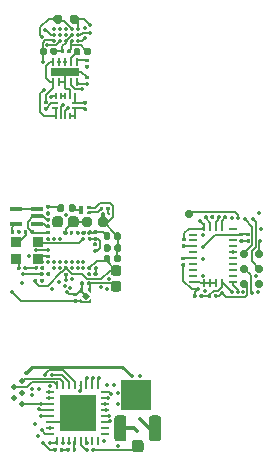
<source format=gbr>
G04 #@! TF.GenerationSoftware,KiCad,Pcbnew,(5.1.6)-1*
G04 #@! TF.CreationDate,2021-01-05T14:36:29-08:00*
G04 #@! TF.ProjectId,Miniscope-v4-Rigid-Flex,4d696e69-7363-46f7-9065-2d76342d5269,rev?*
G04 #@! TF.SameCoordinates,Original*
G04 #@! TF.FileFunction,Copper,L1,Top*
G04 #@! TF.FilePolarity,Positive*
%FSLAX46Y46*%
G04 Gerber Fmt 4.6, Leading zero omitted, Abs format (unit mm)*
G04 Created by KiCad (PCBNEW (5.1.6)-1) date 2021-01-05 14:36:29*
%MOMM*%
%LPD*%
G01*
G04 APERTURE LIST*
G04 #@! TA.AperFunction,SMDPad,CuDef*
%ADD10R,0.400000X0.700000*%
G04 #@! TD*
G04 #@! TA.AperFunction,SMDPad,CuDef*
%ADD11R,0.400000X0.250000*%
G04 #@! TD*
G04 #@! TA.AperFunction,SMDPad,CuDef*
%ADD12C,0.100000*%
G04 #@! TD*
G04 #@! TA.AperFunction,SMDPad,CuDef*
%ADD13R,2.500000X2.500000*%
G04 #@! TD*
G04 #@! TA.AperFunction,SMDPad,CuDef*
%ADD14R,0.680000X0.260000*%
G04 #@! TD*
G04 #@! TA.AperFunction,SMDPad,CuDef*
%ADD15R,0.260000X0.680000*%
G04 #@! TD*
G04 #@! TA.AperFunction,SMDPad,CuDef*
%ADD16R,3.100000X3.100000*%
G04 #@! TD*
G04 #@! TA.AperFunction,SMDPad,CuDef*
%ADD17C,0.508000*%
G04 #@! TD*
G04 #@! TA.AperFunction,SMDPad,CuDef*
%ADD18C,0.700000*%
G04 #@! TD*
G04 #@! TA.AperFunction,SMDPad,CuDef*
%ADD19R,0.254000X0.675000*%
G04 #@! TD*
G04 #@! TA.AperFunction,SMDPad,CuDef*
%ADD20R,0.675000X0.254000*%
G04 #@! TD*
G04 #@! TA.AperFunction,SMDPad,CuDef*
%ADD21R,0.990000X0.340000*%
G04 #@! TD*
G04 #@! TA.AperFunction,SMDPad,CuDef*
%ADD22R,0.880000X0.830000*%
G04 #@! TD*
G04 #@! TA.AperFunction,SMDPad,CuDef*
%ADD23R,0.610000X0.220000*%
G04 #@! TD*
G04 #@! TA.AperFunction,SMDPad,CuDef*
%ADD24R,0.220000X0.610000*%
G04 #@! TD*
G04 #@! TA.AperFunction,SMDPad,CuDef*
%ADD25R,0.270000X0.640000*%
G04 #@! TD*
G04 #@! TA.AperFunction,SMDPad,CuDef*
%ADD26R,2.390000X0.640000*%
G04 #@! TD*
G04 #@! TA.AperFunction,SMDPad,CuDef*
%ADD27C,0.350000*%
G04 #@! TD*
G04 #@! TA.AperFunction,ViaPad*
%ADD28C,0.350000*%
G04 #@! TD*
G04 #@! TA.AperFunction,ViaPad*
%ADD29C,0.300000*%
G04 #@! TD*
G04 #@! TA.AperFunction,Conductor*
%ADD30C,0.152400*%
G04 #@! TD*
G04 #@! TA.AperFunction,Conductor*
%ADD31C,0.304800*%
G04 #@! TD*
G04 #@! TA.AperFunction,Conductor*
%ADD32C,0.254000*%
G04 #@! TD*
G04 #@! TA.AperFunction,Conductor*
%ADD33C,0.203200*%
G04 #@! TD*
G04 APERTURE END LIST*
D10*
X104986600Y-109767000D03*
D11*
X105686600Y-109542000D03*
X105686600Y-109992000D03*
G04 #@! TA.AperFunction,SMDPad,CuDef*
D12*
G36*
X105631600Y-117442600D02*
G01*
X105811600Y-117262600D01*
X105881600Y-117262600D01*
X105881600Y-117662600D01*
X105631600Y-117662600D01*
X105631600Y-117442600D01*
G37*
G04 #@! TD.AperFunction*
G04 #@! TA.AperFunction,SMDPad,CuDef*
G36*
X105231600Y-116582600D02*
G01*
X105051600Y-116762600D01*
X104981600Y-116762600D01*
X104981600Y-116362600D01*
X105231600Y-116362600D01*
X105231600Y-116582600D01*
G37*
G04 #@! TD.AperFunction*
G04 #@! TA.AperFunction,SMDPad,CuDef*
G36*
X104981600Y-117262600D02*
G01*
X105051600Y-117262600D01*
X105231600Y-117442600D01*
X105231600Y-117662600D01*
X104981600Y-117662600D01*
X104981600Y-117262600D01*
G37*
G04 #@! TD.AperFunction*
G04 #@! TA.AperFunction,SMDPad,CuDef*
G36*
X105881600Y-116832600D02*
G01*
X105631600Y-116582600D01*
X105631600Y-116362600D01*
X105881600Y-116362600D01*
X105881600Y-116832600D01*
G37*
G04 #@! TD.AperFunction*
G04 #@! TA.AperFunction,SMDPad,CuDef*
G36*
X105431600Y-116673189D02*
G01*
X105771011Y-117012600D01*
X105431600Y-117352011D01*
X105092189Y-117012600D01*
X105431600Y-116673189D01*
G37*
G04 #@! TD.AperFunction*
G04 #@! TA.AperFunction,SMDPad,CuDef*
G36*
G01*
X105836200Y-115878700D02*
X105836200Y-116063700D01*
G75*
G02*
X105758700Y-116141200I-77500J0D01*
G01*
X105603700Y-116141200D01*
G75*
G02*
X105526200Y-116063700I0J77500D01*
G01*
X105526200Y-115878700D01*
G75*
G02*
X105603700Y-115801200I77500J0D01*
G01*
X105758700Y-115801200D01*
G75*
G02*
X105836200Y-115878700I0J-77500D01*
G01*
G37*
G04 #@! TD.AperFunction*
G04 #@! TA.AperFunction,SMDPad,CuDef*
G36*
G01*
X105286200Y-115878700D02*
X105286200Y-116063700D01*
G75*
G02*
X105208700Y-116141200I-77500J0D01*
G01*
X105053700Y-116141200D01*
G75*
G02*
X104976200Y-116063700I0J77500D01*
G01*
X104976200Y-115878700D01*
G75*
G02*
X105053700Y-115801200I77500J0D01*
G01*
X105208700Y-115801200D01*
G75*
G02*
X105286200Y-115878700I0J-77500D01*
G01*
G37*
G04 #@! TD.AperFunction*
G04 #@! TA.AperFunction,SMDPad,CuDef*
G36*
G01*
X104635100Y-117070400D02*
X104450100Y-117070400D01*
G75*
G02*
X104372600Y-116992900I0J77500D01*
G01*
X104372600Y-116837900D01*
G75*
G02*
X104450100Y-116760400I77500J0D01*
G01*
X104635100Y-116760400D01*
G75*
G02*
X104712600Y-116837900I0J-77500D01*
G01*
X104712600Y-116992900D01*
G75*
G02*
X104635100Y-117070400I-77500J0D01*
G01*
G37*
G04 #@! TD.AperFunction*
G04 #@! TA.AperFunction,SMDPad,CuDef*
G36*
G01*
X104635100Y-117620400D02*
X104450100Y-117620400D01*
G75*
G02*
X104372600Y-117542900I0J77500D01*
G01*
X104372600Y-117387900D01*
G75*
G02*
X104450100Y-117310400I77500J0D01*
G01*
X104635100Y-117310400D01*
G75*
G02*
X104712600Y-117387900I0J-77500D01*
G01*
X104712600Y-117542900D01*
G75*
G02*
X104635100Y-117620400I-77500J0D01*
G01*
G37*
G04 #@! TD.AperFunction*
G04 #@! TA.AperFunction,SMDPad,CuDef*
G36*
G01*
X114811200Y-116945500D02*
X114811200Y-117130500D01*
G75*
G02*
X114733700Y-117208000I-77500J0D01*
G01*
X114578700Y-117208000D01*
G75*
G02*
X114501200Y-117130500I0J77500D01*
G01*
X114501200Y-116945500D01*
G75*
G02*
X114578700Y-116868000I77500J0D01*
G01*
X114733700Y-116868000D01*
G75*
G02*
X114811200Y-116945500I0J-77500D01*
G01*
G37*
G04 #@! TD.AperFunction*
G04 #@! TA.AperFunction,SMDPad,CuDef*
G36*
G01*
X115361200Y-116945500D02*
X115361200Y-117130500D01*
G75*
G02*
X115283700Y-117208000I-77500J0D01*
G01*
X115128700Y-117208000D01*
G75*
G02*
X115051200Y-117130500I0J77500D01*
G01*
X115051200Y-116945500D01*
G75*
G02*
X115128700Y-116868000I77500J0D01*
G01*
X115283700Y-116868000D01*
G75*
G02*
X115361200Y-116945500I0J-77500D01*
G01*
G37*
G04 #@! TD.AperFunction*
G04 #@! TA.AperFunction,SMDPad,CuDef*
G36*
G01*
X116295800Y-117130500D02*
X116295800Y-116945500D01*
G75*
G02*
X116373300Y-116868000I77500J0D01*
G01*
X116528300Y-116868000D01*
G75*
G02*
X116605800Y-116945500I0J-77500D01*
G01*
X116605800Y-117130500D01*
G75*
G02*
X116528300Y-117208000I-77500J0D01*
G01*
X116373300Y-117208000D01*
G75*
G02*
X116295800Y-117130500I0J77500D01*
G01*
G37*
G04 #@! TD.AperFunction*
G04 #@! TA.AperFunction,SMDPad,CuDef*
G36*
G01*
X115745800Y-117130500D02*
X115745800Y-116945500D01*
G75*
G02*
X115823300Y-116868000I77500J0D01*
G01*
X115978300Y-116868000D01*
G75*
G02*
X116055800Y-116945500I0J-77500D01*
G01*
X116055800Y-117130500D01*
G75*
G02*
X115978300Y-117208000I-77500J0D01*
G01*
X115823300Y-117208000D01*
G75*
G02*
X115745800Y-117130500I0J77500D01*
G01*
G37*
G04 #@! TD.AperFunction*
G04 #@! TA.AperFunction,SMDPad,CuDef*
G36*
G01*
X102668600Y-130149900D02*
X102668600Y-129964900D01*
G75*
G02*
X102746100Y-129887400I77500J0D01*
G01*
X102901100Y-129887400D01*
G75*
G02*
X102978600Y-129964900I0J-77500D01*
G01*
X102978600Y-130149900D01*
G75*
G02*
X102901100Y-130227400I-77500J0D01*
G01*
X102746100Y-130227400D01*
G75*
G02*
X102668600Y-130149900I0J77500D01*
G01*
G37*
G04 #@! TD.AperFunction*
G04 #@! TA.AperFunction,SMDPad,CuDef*
G36*
G01*
X103218600Y-130149900D02*
X103218600Y-129964900D01*
G75*
G02*
X103296100Y-129887400I77500J0D01*
G01*
X103451100Y-129887400D01*
G75*
G02*
X103528600Y-129964900I0J-77500D01*
G01*
X103528600Y-130149900D01*
G75*
G02*
X103451100Y-130227400I-77500J0D01*
G01*
X103296100Y-130227400D01*
G75*
G02*
X103218600Y-130149900I0J77500D01*
G01*
G37*
G04 #@! TD.AperFunction*
D13*
X109677400Y-125386600D03*
D14*
X102401800Y-125198400D03*
X102401800Y-125698400D03*
X102401800Y-126198400D03*
X102401800Y-126698400D03*
X102401800Y-127198400D03*
X102401800Y-127698400D03*
X102401800Y-128198400D03*
X102401800Y-128698400D03*
D15*
X102986800Y-129283400D03*
X103486800Y-129283400D03*
X103986800Y-129283400D03*
X104486800Y-129283400D03*
X104986800Y-129283400D03*
X105486800Y-129283400D03*
X105986800Y-129283400D03*
X106486800Y-129283400D03*
D14*
X107071800Y-128698400D03*
X107071800Y-128198400D03*
X107071800Y-127698400D03*
X107071800Y-127198400D03*
X107071800Y-126698400D03*
X107071800Y-126198400D03*
X107071800Y-125698400D03*
X107071800Y-125198400D03*
D15*
X106486800Y-124613400D03*
X105986800Y-124613400D03*
X105486800Y-124613400D03*
X104986800Y-124613400D03*
X104486800Y-124613400D03*
X103986800Y-124613400D03*
X103486800Y-124613400D03*
X102986800Y-124613400D03*
D16*
X104736800Y-126948400D03*
D17*
X100000000Y-126180398D03*
X99390400Y-125697798D03*
X100000000Y-125215199D03*
X99390400Y-124732599D03*
X100000000Y-124250000D03*
G04 #@! TA.AperFunction,SMDPad,CuDef*
G36*
G01*
X109329800Y-130034300D02*
X109329800Y-129484300D01*
G75*
G02*
X109579800Y-129234300I250000J0D01*
G01*
X110079800Y-129234300D01*
G75*
G02*
X110329800Y-129484300I0J-250000D01*
G01*
X110329800Y-130034300D01*
G75*
G02*
X110079800Y-130284300I-250000J0D01*
G01*
X109579800Y-130284300D01*
G75*
G02*
X109329800Y-130034300I0J250000D01*
G01*
G37*
G04 #@! TD.AperFunction*
G04 #@! TA.AperFunction,SMDPad,CuDef*
G36*
G01*
X107829800Y-129094300D02*
X107829800Y-127419300D01*
G75*
G02*
X108092300Y-127156800I262500J0D01*
G01*
X108617300Y-127156800D01*
G75*
G02*
X108879800Y-127419300I0J-262500D01*
G01*
X108879800Y-129094300D01*
G75*
G02*
X108617300Y-129356800I-262500J0D01*
G01*
X108092300Y-129356800D01*
G75*
G02*
X107829800Y-129094300I0J262500D01*
G01*
G37*
G04 #@! TD.AperFunction*
G04 #@! TA.AperFunction,SMDPad,CuDef*
G36*
G01*
X110779800Y-129094300D02*
X110779800Y-127419300D01*
G75*
G02*
X111042300Y-127156800I262500J0D01*
G01*
X111567300Y-127156800D01*
G75*
G02*
X111829800Y-127419300I0J-262500D01*
G01*
X111829800Y-129094300D01*
G75*
G02*
X111567300Y-129356800I-262500J0D01*
G01*
X111042300Y-129356800D01*
G75*
G02*
X110779800Y-129094300I0J262500D01*
G01*
G37*
G04 #@! TD.AperFunction*
D18*
X120112800Y-115987200D03*
X120112800Y-113447200D03*
G04 #@! TA.AperFunction,SMDPad,CuDef*
G36*
G01*
X117393200Y-110281300D02*
X117393200Y-110466300D01*
G75*
G02*
X117315700Y-110543800I-77500J0D01*
G01*
X117160700Y-110543800D01*
G75*
G02*
X117083200Y-110466300I0J77500D01*
G01*
X117083200Y-110281300D01*
G75*
G02*
X117160700Y-110203800I77500J0D01*
G01*
X117315700Y-110203800D01*
G75*
G02*
X117393200Y-110281300I0J-77500D01*
G01*
G37*
G04 #@! TD.AperFunction*
G04 #@! TA.AperFunction,SMDPad,CuDef*
G36*
G01*
X116843200Y-110281300D02*
X116843200Y-110466300D01*
G75*
G02*
X116765700Y-110543800I-77500J0D01*
G01*
X116610700Y-110543800D01*
G75*
G02*
X116533200Y-110466300I0J77500D01*
G01*
X116533200Y-110281300D01*
G75*
G02*
X116610700Y-110203800I77500J0D01*
G01*
X116765700Y-110203800D01*
G75*
G02*
X116843200Y-110281300I0J-77500D01*
G01*
G37*
G04 #@! TD.AperFunction*
G04 #@! TA.AperFunction,SMDPad,CuDef*
G36*
G01*
X118506700Y-111673800D02*
X118691700Y-111673800D01*
G75*
G02*
X118769200Y-111751300I0J-77500D01*
G01*
X118769200Y-111906300D01*
G75*
G02*
X118691700Y-111983800I-77500J0D01*
G01*
X118506700Y-111983800D01*
G75*
G02*
X118429200Y-111906300I0J77500D01*
G01*
X118429200Y-111751300D01*
G75*
G02*
X118506700Y-111673800I77500J0D01*
G01*
G37*
G04 #@! TD.AperFunction*
G04 #@! TA.AperFunction,SMDPad,CuDef*
G36*
G01*
X118506700Y-112223800D02*
X118691700Y-112223800D01*
G75*
G02*
X118769200Y-112301300I0J-77500D01*
G01*
X118769200Y-112456300D01*
G75*
G02*
X118691700Y-112533800I-77500J0D01*
G01*
X118506700Y-112533800D01*
G75*
G02*
X118429200Y-112456300I0J77500D01*
G01*
X118429200Y-112301300D01*
G75*
G02*
X118506700Y-112223800I77500J0D01*
G01*
G37*
G04 #@! TD.AperFunction*
G04 #@! TA.AperFunction,SMDPad,CuDef*
G36*
G01*
X119090900Y-111673800D02*
X119275900Y-111673800D01*
G75*
G02*
X119353400Y-111751300I0J-77500D01*
G01*
X119353400Y-111906300D01*
G75*
G02*
X119275900Y-111983800I-77500J0D01*
G01*
X119090900Y-111983800D01*
G75*
G02*
X119013400Y-111906300I0J77500D01*
G01*
X119013400Y-111751300D01*
G75*
G02*
X119090900Y-111673800I77500J0D01*
G01*
G37*
G04 #@! TD.AperFunction*
G04 #@! TA.AperFunction,SMDPad,CuDef*
G36*
G01*
X119090900Y-112223800D02*
X119275900Y-112223800D01*
G75*
G02*
X119353400Y-112301300I0J-77500D01*
G01*
X119353400Y-112456300D01*
G75*
G02*
X119275900Y-112533800I-77500J0D01*
G01*
X119090900Y-112533800D01*
G75*
G02*
X119013400Y-112456300I0J77500D01*
G01*
X119013400Y-112301300D01*
G75*
G02*
X119090900Y-112223800I77500J0D01*
G01*
G37*
G04 #@! TD.AperFunction*
X120112800Y-114717200D03*
G04 #@! TA.AperFunction,SMDPad,CuDef*
G36*
G01*
X116301000Y-110281300D02*
X116301000Y-110466300D01*
G75*
G02*
X116223500Y-110543800I-77500J0D01*
G01*
X116068500Y-110543800D01*
G75*
G02*
X115991000Y-110466300I0J77500D01*
G01*
X115991000Y-110281300D01*
G75*
G02*
X116068500Y-110203800I77500J0D01*
G01*
X116223500Y-110203800D01*
G75*
G02*
X116301000Y-110281300I0J-77500D01*
G01*
G37*
G04 #@! TD.AperFunction*
G04 #@! TA.AperFunction,SMDPad,CuDef*
G36*
G01*
X115751000Y-110281300D02*
X115751000Y-110466300D01*
G75*
G02*
X115673500Y-110543800I-77500J0D01*
G01*
X115518500Y-110543800D01*
G75*
G02*
X115441000Y-110466300I0J77500D01*
G01*
X115441000Y-110281300D01*
G75*
G02*
X115518500Y-110203800I77500J0D01*
G01*
X115673500Y-110203800D01*
G75*
G02*
X115751000Y-110281300I0J-77500D01*
G01*
G37*
G04 #@! TD.AperFunction*
X118842800Y-114717200D03*
G04 #@! TA.AperFunction,SMDPad,CuDef*
G36*
G01*
X113779100Y-114565800D02*
X113594100Y-114565800D01*
G75*
G02*
X113516600Y-114488300I0J77500D01*
G01*
X113516600Y-114333300D01*
G75*
G02*
X113594100Y-114255800I77500J0D01*
G01*
X113779100Y-114255800D01*
G75*
G02*
X113856600Y-114333300I0J-77500D01*
G01*
X113856600Y-114488300D01*
G75*
G02*
X113779100Y-114565800I-77500J0D01*
G01*
G37*
G04 #@! TD.AperFunction*
G04 #@! TA.AperFunction,SMDPad,CuDef*
G36*
G01*
X113779100Y-114015800D02*
X113594100Y-114015800D01*
G75*
G02*
X113516600Y-113938300I0J77500D01*
G01*
X113516600Y-113783300D01*
G75*
G02*
X113594100Y-113705800I77500J0D01*
G01*
X113779100Y-113705800D01*
G75*
G02*
X113856600Y-113783300I0J-77500D01*
G01*
X113856600Y-113938300D01*
G75*
G02*
X113779100Y-114015800I-77500J0D01*
G01*
G37*
G04 #@! TD.AperFunction*
G04 #@! TA.AperFunction,SMDPad,CuDef*
G36*
G01*
X113629900Y-112105600D02*
X113814900Y-112105600D01*
G75*
G02*
X113892400Y-112183100I0J-77500D01*
G01*
X113892400Y-112338100D01*
G75*
G02*
X113814900Y-112415600I-77500J0D01*
G01*
X113629900Y-112415600D01*
G75*
G02*
X113552400Y-112338100I0J77500D01*
G01*
X113552400Y-112183100D01*
G75*
G02*
X113629900Y-112105600I77500J0D01*
G01*
G37*
G04 #@! TD.AperFunction*
G04 #@! TA.AperFunction,SMDPad,CuDef*
G36*
G01*
X113629900Y-112655600D02*
X113814900Y-112655600D01*
G75*
G02*
X113892400Y-112733100I0J-77500D01*
G01*
X113892400Y-112888100D01*
G75*
G02*
X113814900Y-112965600I-77500J0D01*
G01*
X113629900Y-112965600D01*
G75*
G02*
X113552400Y-112888100I0J77500D01*
G01*
X113552400Y-112733100D01*
G75*
G02*
X113629900Y-112655600I77500J0D01*
G01*
G37*
G04 #@! TD.AperFunction*
X118842800Y-113447200D03*
D19*
X115450200Y-115976100D03*
X115950200Y-115976100D03*
X116450200Y-115976100D03*
D20*
X114537700Y-115838600D03*
X114537700Y-115338600D03*
X114537700Y-114838600D03*
X114537700Y-114338600D03*
X114537700Y-113838600D03*
X114537700Y-113338600D03*
X114537700Y-112838600D03*
X114537700Y-112338600D03*
X114537700Y-111838600D03*
X117862700Y-115838600D03*
X117862700Y-115338600D03*
X117862700Y-114838600D03*
X117862700Y-114338600D03*
X117862700Y-113838600D03*
X117862700Y-113338600D03*
X117862700Y-112838600D03*
X117862700Y-112338600D03*
X117862700Y-111838600D03*
D19*
X115450200Y-111201100D03*
X115950200Y-111201100D03*
X116450200Y-111201100D03*
D20*
X117862700Y-111338600D03*
D19*
X116950200Y-111201100D03*
D20*
X114537700Y-111338600D03*
D19*
X116950200Y-115976100D03*
G04 #@! TA.AperFunction,SMDPad,CuDef*
G36*
G01*
X105567000Y-114787100D02*
X105567000Y-114602100D01*
G75*
G02*
X105644500Y-114524600I77500J0D01*
G01*
X105799500Y-114524600D01*
G75*
G02*
X105877000Y-114602100I0J-77500D01*
G01*
X105877000Y-114787100D01*
G75*
G02*
X105799500Y-114864600I-77500J0D01*
G01*
X105644500Y-114864600D01*
G75*
G02*
X105567000Y-114787100I0J77500D01*
G01*
G37*
G04 #@! TD.AperFunction*
G04 #@! TA.AperFunction,SMDPad,CuDef*
G36*
G01*
X106117000Y-114787100D02*
X106117000Y-114602100D01*
G75*
G02*
X106194500Y-114524600I77500J0D01*
G01*
X106349500Y-114524600D01*
G75*
G02*
X106427000Y-114602100I0J-77500D01*
G01*
X106427000Y-114787100D01*
G75*
G02*
X106349500Y-114864600I-77500J0D01*
G01*
X106194500Y-114864600D01*
G75*
G02*
X106117000Y-114787100I0J77500D01*
G01*
G37*
G04 #@! TD.AperFunction*
G04 #@! TA.AperFunction,SMDPad,CuDef*
G36*
G01*
X106133100Y-112512000D02*
X106318100Y-112512000D01*
G75*
G02*
X106395600Y-112589500I0J-77500D01*
G01*
X106395600Y-112744500D01*
G75*
G02*
X106318100Y-112822000I-77500J0D01*
G01*
X106133100Y-112822000D01*
G75*
G02*
X106055600Y-112744500I0J77500D01*
G01*
X106055600Y-112589500D01*
G75*
G02*
X106133100Y-112512000I77500J0D01*
G01*
G37*
G04 #@! TD.AperFunction*
G04 #@! TA.AperFunction,SMDPad,CuDef*
G36*
G01*
X106133100Y-113062000D02*
X106318100Y-113062000D01*
G75*
G02*
X106395600Y-113139500I0J-77500D01*
G01*
X106395600Y-113294500D01*
G75*
G02*
X106318100Y-113372000I-77500J0D01*
G01*
X106133100Y-113372000D01*
G75*
G02*
X106055600Y-113294500I0J77500D01*
G01*
X106055600Y-113139500D01*
G75*
G02*
X106133100Y-113062000I77500J0D01*
G01*
G37*
G04 #@! TD.AperFunction*
G04 #@! TA.AperFunction,SMDPad,CuDef*
G36*
G01*
X105675900Y-111496000D02*
X105860900Y-111496000D01*
G75*
G02*
X105938400Y-111573500I0J-77500D01*
G01*
X105938400Y-111728500D01*
G75*
G02*
X105860900Y-111806000I-77500J0D01*
G01*
X105675900Y-111806000D01*
G75*
G02*
X105598400Y-111728500I0J77500D01*
G01*
X105598400Y-111573500D01*
G75*
G02*
X105675900Y-111496000I77500J0D01*
G01*
G37*
G04 #@! TD.AperFunction*
G04 #@! TA.AperFunction,SMDPad,CuDef*
G36*
G01*
X105675900Y-112046000D02*
X105860900Y-112046000D01*
G75*
G02*
X105938400Y-112123500I0J-77500D01*
G01*
X105938400Y-112278500D01*
G75*
G02*
X105860900Y-112356000I-77500J0D01*
G01*
X105675900Y-112356000D01*
G75*
G02*
X105598400Y-112278500I0J77500D01*
G01*
X105598400Y-112123500D01*
G75*
G02*
X105675900Y-112046000I77500J0D01*
G01*
G37*
G04 #@! TD.AperFunction*
G04 #@! TA.AperFunction,SMDPad,CuDef*
G36*
G01*
X106938400Y-112146800D02*
X106938400Y-111806800D01*
G75*
G02*
X107083400Y-111661800I145000J0D01*
G01*
X107373400Y-111661800D01*
G75*
G02*
X107518400Y-111806800I0J-145000D01*
G01*
X107518400Y-112146800D01*
G75*
G02*
X107373400Y-112291800I-145000J0D01*
G01*
X107083400Y-112291800D01*
G75*
G02*
X106938400Y-112146800I0J145000D01*
G01*
G37*
G04 #@! TD.AperFunction*
G04 #@! TA.AperFunction,SMDPad,CuDef*
G36*
G01*
X107828400Y-112146800D02*
X107828400Y-111806800D01*
G75*
G02*
X107973400Y-111661800I145000J0D01*
G01*
X108263400Y-111661800D01*
G75*
G02*
X108408400Y-111806800I0J-145000D01*
G01*
X108408400Y-112146800D01*
G75*
G02*
X108263400Y-112291800I-145000J0D01*
G01*
X107973400Y-112291800D01*
G75*
G02*
X107828400Y-112146800I0J145000D01*
G01*
G37*
G04 #@! TD.AperFunction*
G04 #@! TA.AperFunction,SMDPad,CuDef*
G36*
G01*
X101020400Y-115828500D02*
X101020400Y-115643500D01*
G75*
G02*
X101097900Y-115566000I77500J0D01*
G01*
X101252900Y-115566000D01*
G75*
G02*
X101330400Y-115643500I0J-77500D01*
G01*
X101330400Y-115828500D01*
G75*
G02*
X101252900Y-115906000I-77500J0D01*
G01*
X101097900Y-115906000D01*
G75*
G02*
X101020400Y-115828500I0J77500D01*
G01*
G37*
G04 #@! TD.AperFunction*
G04 #@! TA.AperFunction,SMDPad,CuDef*
G36*
G01*
X101570400Y-115828500D02*
X101570400Y-115643500D01*
G75*
G02*
X101647900Y-115566000I77500J0D01*
G01*
X101802900Y-115566000D01*
G75*
G02*
X101880400Y-115643500I0J-77500D01*
G01*
X101880400Y-115828500D01*
G75*
G02*
X101802900Y-115906000I-77500J0D01*
G01*
X101647900Y-115906000D01*
G75*
G02*
X101570400Y-115828500I0J77500D01*
G01*
G37*
G04 #@! TD.AperFunction*
D21*
X99499000Y-110950400D03*
X99499000Y-109650400D03*
X101319000Y-109650400D03*
X101319000Y-110300400D03*
X101319000Y-110950400D03*
G04 #@! TA.AperFunction,SMDPad,CuDef*
G36*
G01*
X103509600Y-111764500D02*
X103509600Y-111579500D01*
G75*
G02*
X103587100Y-111502000I77500J0D01*
G01*
X103742100Y-111502000D01*
G75*
G02*
X103819600Y-111579500I0J-77500D01*
G01*
X103819600Y-111764500D01*
G75*
G02*
X103742100Y-111842000I-77500J0D01*
G01*
X103587100Y-111842000D01*
G75*
G02*
X103509600Y-111764500I0J77500D01*
G01*
G37*
G04 #@! TD.AperFunction*
G04 #@! TA.AperFunction,SMDPad,CuDef*
G36*
G01*
X104059600Y-111764500D02*
X104059600Y-111579500D01*
G75*
G02*
X104137100Y-111502000I77500J0D01*
G01*
X104292100Y-111502000D01*
G75*
G02*
X104369600Y-111579500I0J-77500D01*
G01*
X104369600Y-111764500D01*
G75*
G02*
X104292100Y-111842000I-77500J0D01*
G01*
X104137100Y-111842000D01*
G75*
G02*
X104059600Y-111764500I0J77500D01*
G01*
G37*
G04 #@! TD.AperFunction*
G04 #@! TA.AperFunction,SMDPad,CuDef*
G36*
G01*
X102145300Y-112994600D02*
X102330300Y-112994600D01*
G75*
G02*
X102407800Y-113072100I0J-77500D01*
G01*
X102407800Y-113227100D01*
G75*
G02*
X102330300Y-113304600I-77500J0D01*
G01*
X102145300Y-113304600D01*
G75*
G02*
X102067800Y-113227100I0J77500D01*
G01*
X102067800Y-113072100D01*
G75*
G02*
X102145300Y-112994600I77500J0D01*
G01*
G37*
G04 #@! TD.AperFunction*
G04 #@! TA.AperFunction,SMDPad,CuDef*
G36*
G01*
X102145300Y-113544600D02*
X102330300Y-113544600D01*
G75*
G02*
X102407800Y-113622100I0J-77500D01*
G01*
X102407800Y-113777100D01*
G75*
G02*
X102330300Y-113854600I-77500J0D01*
G01*
X102145300Y-113854600D01*
G75*
G02*
X102067800Y-113777100I0J77500D01*
G01*
X102067800Y-113622100D01*
G75*
G02*
X102145300Y-113544600I77500J0D01*
G01*
G37*
G04 #@! TD.AperFunction*
G04 #@! TA.AperFunction,SMDPad,CuDef*
G36*
G01*
X103643900Y-114518600D02*
X103828900Y-114518600D01*
G75*
G02*
X103906400Y-114596100I0J-77500D01*
G01*
X103906400Y-114751100D01*
G75*
G02*
X103828900Y-114828600I-77500J0D01*
G01*
X103643900Y-114828600D01*
G75*
G02*
X103566400Y-114751100I0J77500D01*
G01*
X103566400Y-114596100D01*
G75*
G02*
X103643900Y-114518600I77500J0D01*
G01*
G37*
G04 #@! TD.AperFunction*
G04 #@! TA.AperFunction,SMDPad,CuDef*
G36*
G01*
X103643900Y-115068600D02*
X103828900Y-115068600D01*
G75*
G02*
X103906400Y-115146100I0J-77500D01*
G01*
X103906400Y-115301100D01*
G75*
G02*
X103828900Y-115378600I-77500J0D01*
G01*
X103643900Y-115378600D01*
G75*
G02*
X103566400Y-115301100I0J77500D01*
G01*
X103566400Y-115146100D01*
G75*
G02*
X103643900Y-115068600I77500J0D01*
G01*
G37*
G04 #@! TD.AperFunction*
G04 #@! TA.AperFunction,SMDPad,CuDef*
G36*
G01*
X106158500Y-111496000D02*
X106343500Y-111496000D01*
G75*
G02*
X106421000Y-111573500I0J-77500D01*
G01*
X106421000Y-111728500D01*
G75*
G02*
X106343500Y-111806000I-77500J0D01*
G01*
X106158500Y-111806000D01*
G75*
G02*
X106081000Y-111728500I0J77500D01*
G01*
X106081000Y-111573500D01*
G75*
G02*
X106158500Y-111496000I77500J0D01*
G01*
G37*
G04 #@! TD.AperFunction*
G04 #@! TA.AperFunction,SMDPad,CuDef*
G36*
G01*
X106158500Y-112046000D02*
X106343500Y-112046000D01*
G75*
G02*
X106421000Y-112123500I0J-77500D01*
G01*
X106421000Y-112278500D01*
G75*
G02*
X106343500Y-112356000I-77500J0D01*
G01*
X106158500Y-112356000D01*
G75*
G02*
X106081000Y-112278500I0J77500D01*
G01*
X106081000Y-112123500D01*
G75*
G02*
X106158500Y-112046000I77500J0D01*
G01*
G37*
G04 #@! TD.AperFunction*
G04 #@! TA.AperFunction,SMDPad,CuDef*
G36*
G01*
X102145300Y-109337000D02*
X102330300Y-109337000D01*
G75*
G02*
X102407800Y-109414500I0J-77500D01*
G01*
X102407800Y-109569500D01*
G75*
G02*
X102330300Y-109647000I-77500J0D01*
G01*
X102145300Y-109647000D01*
G75*
G02*
X102067800Y-109569500I0J77500D01*
G01*
X102067800Y-109414500D01*
G75*
G02*
X102145300Y-109337000I77500J0D01*
G01*
G37*
G04 #@! TD.AperFunction*
G04 #@! TA.AperFunction,SMDPad,CuDef*
G36*
G01*
X102145300Y-109887000D02*
X102330300Y-109887000D01*
G75*
G02*
X102407800Y-109964500I0J-77500D01*
G01*
X102407800Y-110119500D01*
G75*
G02*
X102330300Y-110197000I-77500J0D01*
G01*
X102145300Y-110197000D01*
G75*
G02*
X102067800Y-110119500I0J77500D01*
G01*
X102067800Y-109964500D01*
G75*
G02*
X102145300Y-109887000I77500J0D01*
G01*
G37*
G04 #@! TD.AperFunction*
G04 #@! TA.AperFunction,SMDPad,CuDef*
G36*
G01*
X102330300Y-112381400D02*
X102145300Y-112381400D01*
G75*
G02*
X102067800Y-112303900I0J77500D01*
G01*
X102067800Y-112148900D01*
G75*
G02*
X102145300Y-112071400I77500J0D01*
G01*
X102330300Y-112071400D01*
G75*
G02*
X102407800Y-112148900I0J-77500D01*
G01*
X102407800Y-112303900D01*
G75*
G02*
X102330300Y-112381400I-77500J0D01*
G01*
G37*
G04 #@! TD.AperFunction*
G04 #@! TA.AperFunction,SMDPad,CuDef*
G36*
G01*
X102330300Y-111831400D02*
X102145300Y-111831400D01*
G75*
G02*
X102067800Y-111753900I0J77500D01*
G01*
X102067800Y-111598900D01*
G75*
G02*
X102145300Y-111521400I77500J0D01*
G01*
X102330300Y-111521400D01*
G75*
G02*
X102407800Y-111598900I0J-77500D01*
G01*
X102407800Y-111753900D01*
G75*
G02*
X102330300Y-111831400I-77500J0D01*
G01*
G37*
G04 #@! TD.AperFunction*
G04 #@! TA.AperFunction,SMDPad,CuDef*
G36*
G01*
X101553800Y-115269700D02*
X101553800Y-115084700D01*
G75*
G02*
X101631300Y-115007200I77500J0D01*
G01*
X101786300Y-115007200D01*
G75*
G02*
X101863800Y-115084700I0J-77500D01*
G01*
X101863800Y-115269700D01*
G75*
G02*
X101786300Y-115347200I-77500J0D01*
G01*
X101631300Y-115347200D01*
G75*
G02*
X101553800Y-115269700I0J77500D01*
G01*
G37*
G04 #@! TD.AperFunction*
G04 #@! TA.AperFunction,SMDPad,CuDef*
G36*
G01*
X102103800Y-115269700D02*
X102103800Y-115084700D01*
G75*
G02*
X102181300Y-115007200I77500J0D01*
G01*
X102336300Y-115007200D01*
G75*
G02*
X102413800Y-115084700I0J-77500D01*
G01*
X102413800Y-115269700D01*
G75*
G02*
X102336300Y-115347200I-77500J0D01*
G01*
X102181300Y-115347200D01*
G75*
G02*
X102103800Y-115269700I0J77500D01*
G01*
G37*
G04 #@! TD.AperFunction*
G04 #@! TA.AperFunction,SMDPad,CuDef*
G36*
G01*
X102330300Y-111289200D02*
X102145300Y-111289200D01*
G75*
G02*
X102067800Y-111211700I0J77500D01*
G01*
X102067800Y-111056700D01*
G75*
G02*
X102145300Y-110979200I77500J0D01*
G01*
X102330300Y-110979200D01*
G75*
G02*
X102407800Y-111056700I0J-77500D01*
G01*
X102407800Y-111211700D01*
G75*
G02*
X102330300Y-111289200I-77500J0D01*
G01*
G37*
G04 #@! TD.AperFunction*
G04 #@! TA.AperFunction,SMDPad,CuDef*
G36*
G01*
X102330300Y-110739200D02*
X102145300Y-110739200D01*
G75*
G02*
X102067800Y-110661700I0J77500D01*
G01*
X102067800Y-110506700D01*
G75*
G02*
X102145300Y-110429200I77500J0D01*
G01*
X102330300Y-110429200D01*
G75*
G02*
X102407800Y-110506700I0J-77500D01*
G01*
X102407800Y-110661700D01*
G75*
G02*
X102330300Y-110739200I-77500J0D01*
G01*
G37*
G04 #@! TD.AperFunction*
G04 #@! TA.AperFunction,SMDPad,CuDef*
G36*
G01*
X105567000Y-115295100D02*
X105567000Y-115110100D01*
G75*
G02*
X105644500Y-115032600I77500J0D01*
G01*
X105799500Y-115032600D01*
G75*
G02*
X105877000Y-115110100I0J-77500D01*
G01*
X105877000Y-115295100D01*
G75*
G02*
X105799500Y-115372600I-77500J0D01*
G01*
X105644500Y-115372600D01*
G75*
G02*
X105567000Y-115295100I0J77500D01*
G01*
G37*
G04 #@! TD.AperFunction*
G04 #@! TA.AperFunction,SMDPad,CuDef*
G36*
G01*
X106117000Y-115295100D02*
X106117000Y-115110100D01*
G75*
G02*
X106194500Y-115032600I77500J0D01*
G01*
X106349500Y-115032600D01*
G75*
G02*
X106427000Y-115110100I0J-77500D01*
G01*
X106427000Y-115295100D01*
G75*
G02*
X106349500Y-115372600I-77500J0D01*
G01*
X106194500Y-115372600D01*
G75*
G02*
X106117000Y-115295100I0J77500D01*
G01*
G37*
G04 #@! TD.AperFunction*
G04 #@! TA.AperFunction,SMDPad,CuDef*
G36*
G01*
X100182200Y-111713700D02*
X100182200Y-111528700D01*
G75*
G02*
X100259700Y-111451200I77500J0D01*
G01*
X100414700Y-111451200D01*
G75*
G02*
X100492200Y-111528700I0J-77500D01*
G01*
X100492200Y-111713700D01*
G75*
G02*
X100414700Y-111791200I-77500J0D01*
G01*
X100259700Y-111791200D01*
G75*
G02*
X100182200Y-111713700I0J77500D01*
G01*
G37*
G04 #@! TD.AperFunction*
G04 #@! TA.AperFunction,SMDPad,CuDef*
G36*
G01*
X100732200Y-111713700D02*
X100732200Y-111528700D01*
G75*
G02*
X100809700Y-111451200I77500J0D01*
G01*
X100964700Y-111451200D01*
G75*
G02*
X101042200Y-111528700I0J-77500D01*
G01*
X101042200Y-111713700D01*
G75*
G02*
X100964700Y-111791200I-77500J0D01*
G01*
X100809700Y-111791200D01*
G75*
G02*
X100732200Y-111713700I0J77500D01*
G01*
G37*
G04 #@! TD.AperFunction*
G04 #@! TA.AperFunction,SMDPad,CuDef*
G36*
G01*
X105436400Y-111579500D02*
X105436400Y-111764500D01*
G75*
G02*
X105358900Y-111842000I-77500J0D01*
G01*
X105203900Y-111842000D01*
G75*
G02*
X105126400Y-111764500I0J77500D01*
G01*
X105126400Y-111579500D01*
G75*
G02*
X105203900Y-111502000I77500J0D01*
G01*
X105358900Y-111502000D01*
G75*
G02*
X105436400Y-111579500I0J-77500D01*
G01*
G37*
G04 #@! TD.AperFunction*
G04 #@! TA.AperFunction,SMDPad,CuDef*
G36*
G01*
X104886400Y-111579500D02*
X104886400Y-111764500D01*
G75*
G02*
X104808900Y-111842000I-77500J0D01*
G01*
X104653900Y-111842000D01*
G75*
G02*
X104576400Y-111764500I0J77500D01*
G01*
X104576400Y-111579500D01*
G75*
G02*
X104653900Y-111502000I77500J0D01*
G01*
X104808900Y-111502000D01*
G75*
G02*
X104886400Y-111579500I0J-77500D01*
G01*
G37*
G04 #@! TD.AperFunction*
G04 #@! TA.AperFunction,SMDPad,CuDef*
G36*
G01*
X107828400Y-114051800D02*
X107828400Y-113711800D01*
G75*
G02*
X107973400Y-113566800I145000J0D01*
G01*
X108263400Y-113566800D01*
G75*
G02*
X108408400Y-113711800I0J-145000D01*
G01*
X108408400Y-114051800D01*
G75*
G02*
X108263400Y-114196800I-145000J0D01*
G01*
X107973400Y-114196800D01*
G75*
G02*
X107828400Y-114051800I0J145000D01*
G01*
G37*
G04 #@! TD.AperFunction*
G04 #@! TA.AperFunction,SMDPad,CuDef*
G36*
G01*
X106938400Y-114051800D02*
X106938400Y-113711800D01*
G75*
G02*
X107083400Y-113566800I145000J0D01*
G01*
X107373400Y-113566800D01*
G75*
G02*
X107518400Y-113711800I0J-145000D01*
G01*
X107518400Y-114051800D01*
G75*
G02*
X107373400Y-114196800I-145000J0D01*
G01*
X107083400Y-114196800D01*
G75*
G02*
X106938400Y-114051800I0J145000D01*
G01*
G37*
G04 #@! TD.AperFunction*
G04 #@! TA.AperFunction,SMDPad,CuDef*
G36*
G01*
X101066800Y-114761700D02*
X101066800Y-114576700D01*
G75*
G02*
X101144300Y-114499200I77500J0D01*
G01*
X101299300Y-114499200D01*
G75*
G02*
X101376800Y-114576700I0J-77500D01*
G01*
X101376800Y-114761700D01*
G75*
G02*
X101299300Y-114839200I-77500J0D01*
G01*
X101144300Y-114839200D01*
G75*
G02*
X101066800Y-114761700I0J77500D01*
G01*
G37*
G04 #@! TD.AperFunction*
G04 #@! TA.AperFunction,SMDPad,CuDef*
G36*
G01*
X101616800Y-114761700D02*
X101616800Y-114576700D01*
G75*
G02*
X101694300Y-114499200I77500J0D01*
G01*
X101849300Y-114499200D01*
G75*
G02*
X101926800Y-114576700I0J-77500D01*
G01*
X101926800Y-114761700D01*
G75*
G02*
X101849300Y-114839200I-77500J0D01*
G01*
X101694300Y-114839200D01*
G75*
G02*
X101616800Y-114761700I0J77500D01*
G01*
G37*
G04 #@! TD.AperFunction*
D22*
X99489400Y-113890600D03*
X101379400Y-113890600D03*
X101379400Y-112450600D03*
X99489400Y-112450600D03*
G04 #@! TA.AperFunction,SMDPad,CuDef*
G36*
G01*
X106608400Y-109732500D02*
X106608400Y-109547500D01*
G75*
G02*
X106685900Y-109470000I77500J0D01*
G01*
X106840900Y-109470000D01*
G75*
G02*
X106918400Y-109547500I0J-77500D01*
G01*
X106918400Y-109732500D01*
G75*
G02*
X106840900Y-109810000I-77500J0D01*
G01*
X106685900Y-109810000D01*
G75*
G02*
X106608400Y-109732500I0J77500D01*
G01*
G37*
G04 #@! TD.AperFunction*
G04 #@! TA.AperFunction,SMDPad,CuDef*
G36*
G01*
X107158400Y-109732500D02*
X107158400Y-109547500D01*
G75*
G02*
X107235900Y-109470000I77500J0D01*
G01*
X107390900Y-109470000D01*
G75*
G02*
X107468400Y-109547500I0J-77500D01*
G01*
X107468400Y-109732500D01*
G75*
G02*
X107390900Y-109810000I-77500J0D01*
G01*
X107235900Y-109810000D01*
G75*
G02*
X107158400Y-109732500I0J77500D01*
G01*
G37*
G04 #@! TD.AperFunction*
D18*
X118842800Y-115987200D03*
X114169200Y-110137200D03*
G04 #@! TA.AperFunction,SMDPad,CuDef*
G36*
G01*
X103760800Y-130149900D02*
X103760800Y-129964900D01*
G75*
G02*
X103838300Y-129887400I77500J0D01*
G01*
X103993300Y-129887400D01*
G75*
G02*
X104070800Y-129964900I0J-77500D01*
G01*
X104070800Y-130149900D01*
G75*
G02*
X103993300Y-130227400I-77500J0D01*
G01*
X103838300Y-130227400D01*
G75*
G02*
X103760800Y-130149900I0J77500D01*
G01*
G37*
G04 #@! TD.AperFunction*
G04 #@! TA.AperFunction,SMDPad,CuDef*
G36*
G01*
X104310800Y-130149900D02*
X104310800Y-129964900D01*
G75*
G02*
X104388300Y-129887400I77500J0D01*
G01*
X104543300Y-129887400D01*
G75*
G02*
X104620800Y-129964900I0J-77500D01*
G01*
X104620800Y-130149900D01*
G75*
G02*
X104543300Y-130227400I-77500J0D01*
G01*
X104388300Y-130227400D01*
G75*
G02*
X104310800Y-130149900I0J77500D01*
G01*
G37*
G04 #@! TD.AperFunction*
G04 #@! TA.AperFunction,SMDPad,CuDef*
G36*
G01*
X106217200Y-129967700D02*
X106217200Y-130152700D01*
G75*
G02*
X106139700Y-130230200I-77500J0D01*
G01*
X105984700Y-130230200D01*
G75*
G02*
X105907200Y-130152700I0J77500D01*
G01*
X105907200Y-129967700D01*
G75*
G02*
X105984700Y-129890200I77500J0D01*
G01*
X106139700Y-129890200D01*
G75*
G02*
X106217200Y-129967700I0J-77500D01*
G01*
G37*
G04 #@! TD.AperFunction*
G04 #@! TA.AperFunction,SMDPad,CuDef*
G36*
G01*
X105667200Y-129967700D02*
X105667200Y-130152700D01*
G75*
G02*
X105589700Y-130230200I-77500J0D01*
G01*
X105434700Y-130230200D01*
G75*
G02*
X105357200Y-130152700I0J77500D01*
G01*
X105357200Y-129967700D01*
G75*
G02*
X105434700Y-129890200I77500J0D01*
G01*
X105589700Y-129890200D01*
G75*
G02*
X105667200Y-129967700I0J-77500D01*
G01*
G37*
G04 #@! TD.AperFunction*
G04 #@! TA.AperFunction,SMDPad,CuDef*
G36*
G01*
X99614600Y-111713700D02*
X99614600Y-111528700D01*
G75*
G02*
X99692100Y-111451200I77500J0D01*
G01*
X99847100Y-111451200D01*
G75*
G02*
X99924600Y-111528700I0J-77500D01*
G01*
X99924600Y-111713700D01*
G75*
G02*
X99847100Y-111791200I-77500J0D01*
G01*
X99692100Y-111791200D01*
G75*
G02*
X99614600Y-111713700I0J77500D01*
G01*
G37*
G04 #@! TD.AperFunction*
G04 #@! TA.AperFunction,SMDPad,CuDef*
G36*
G01*
X99064600Y-111713700D02*
X99064600Y-111528700D01*
G75*
G02*
X99142100Y-111451200I77500J0D01*
G01*
X99297100Y-111451200D01*
G75*
G02*
X99374600Y-111528700I0J-77500D01*
G01*
X99374600Y-111713700D01*
G75*
G02*
X99297100Y-111791200I-77500J0D01*
G01*
X99142100Y-111791200D01*
G75*
G02*
X99064600Y-111713700I0J77500D01*
G01*
G37*
G04 #@! TD.AperFunction*
G04 #@! TA.AperFunction,SMDPad,CuDef*
G36*
G01*
X102601000Y-110995100D02*
X102601000Y-110520100D01*
G75*
G02*
X102823500Y-110297600I222500J0D01*
G01*
X103268500Y-110297600D01*
G75*
G02*
X103491000Y-110520100I0J-222500D01*
G01*
X103491000Y-110995100D01*
G75*
G02*
X103268500Y-111217600I-222500J0D01*
G01*
X102823500Y-111217600D01*
G75*
G02*
X102601000Y-110995100I0J222500D01*
G01*
G37*
G04 #@! TD.AperFunction*
G04 #@! TA.AperFunction,SMDPad,CuDef*
G36*
G01*
X103931000Y-110995100D02*
X103931000Y-110520100D01*
G75*
G02*
X104153500Y-110297600I222500J0D01*
G01*
X104598500Y-110297600D01*
G75*
G02*
X104821000Y-110520100I0J-222500D01*
G01*
X104821000Y-110995100D01*
G75*
G02*
X104598500Y-111217600I-222500J0D01*
G01*
X104153500Y-111217600D01*
G75*
G02*
X103931000Y-110995100I0J222500D01*
G01*
G37*
G04 #@! TD.AperFunction*
G04 #@! TA.AperFunction,SMDPad,CuDef*
G36*
G01*
X108234500Y-115333600D02*
X107759500Y-115333600D01*
G75*
G02*
X107537000Y-115111100I0J222500D01*
G01*
X107537000Y-114666100D01*
G75*
G02*
X107759500Y-114443600I222500J0D01*
G01*
X108234500Y-114443600D01*
G75*
G02*
X108457000Y-114666100I0J-222500D01*
G01*
X108457000Y-115111100D01*
G75*
G02*
X108234500Y-115333600I-222500J0D01*
G01*
G37*
G04 #@! TD.AperFunction*
G04 #@! TA.AperFunction,SMDPad,CuDef*
G36*
G01*
X108234500Y-116663600D02*
X107759500Y-116663600D01*
G75*
G02*
X107537000Y-116441100I0J222500D01*
G01*
X107537000Y-115996100D01*
G75*
G02*
X107759500Y-115773600I222500J0D01*
G01*
X108234500Y-115773600D01*
G75*
G02*
X108457000Y-115996100I0J-222500D01*
G01*
X108457000Y-116441100D01*
G75*
G02*
X108234500Y-116663600I-222500J0D01*
G01*
G37*
G04 #@! TD.AperFunction*
G04 #@! TA.AperFunction,SMDPad,CuDef*
G36*
G01*
X106475200Y-110990100D02*
X106475200Y-110525100D01*
G75*
G02*
X106677700Y-110322600I202500J0D01*
G01*
X107082700Y-110322600D01*
G75*
G02*
X107285200Y-110525100I0J-202500D01*
G01*
X107285200Y-110990100D01*
G75*
G02*
X107082700Y-111192600I-202500J0D01*
G01*
X106677700Y-111192600D01*
G75*
G02*
X106475200Y-110990100I0J202500D01*
G01*
G37*
G04 #@! TD.AperFunction*
G04 #@! TA.AperFunction,SMDPad,CuDef*
G36*
G01*
X105115200Y-110990100D02*
X105115200Y-110525100D01*
G75*
G02*
X105317700Y-110322600I202500J0D01*
G01*
X105722700Y-110322600D01*
G75*
G02*
X105925200Y-110525100I0J-202500D01*
G01*
X105925200Y-110990100D01*
G75*
G02*
X105722700Y-111192600I-202500J0D01*
G01*
X105317700Y-111192600D01*
G75*
G02*
X105115200Y-110990100I0J202500D01*
G01*
G37*
G04 #@! TD.AperFunction*
G04 #@! TA.AperFunction,SMDPad,CuDef*
G36*
G01*
X106963800Y-113162800D02*
X106963800Y-112822800D01*
G75*
G02*
X107108800Y-112677800I145000J0D01*
G01*
X107398800Y-112677800D01*
G75*
G02*
X107543800Y-112822800I0J-145000D01*
G01*
X107543800Y-113162800D01*
G75*
G02*
X107398800Y-113307800I-145000J0D01*
G01*
X107108800Y-113307800D01*
G75*
G02*
X106963800Y-113162800I0J145000D01*
G01*
G37*
G04 #@! TD.AperFunction*
G04 #@! TA.AperFunction,SMDPad,CuDef*
G36*
G01*
X107853800Y-113162800D02*
X107853800Y-112822800D01*
G75*
G02*
X107998800Y-112677800I145000J0D01*
G01*
X108288800Y-112677800D01*
G75*
G02*
X108433800Y-112822800I0J-145000D01*
G01*
X108433800Y-113162800D01*
G75*
G02*
X108288800Y-113307800I-145000J0D01*
G01*
X107998800Y-113307800D01*
G75*
G02*
X107853800Y-113162800I0J145000D01*
G01*
G37*
G04 #@! TD.AperFunction*
G04 #@! TA.AperFunction,SMDPad,CuDef*
G36*
G01*
X99598000Y-114787100D02*
X99598000Y-114602100D01*
G75*
G02*
X99675500Y-114524600I77500J0D01*
G01*
X99830500Y-114524600D01*
G75*
G02*
X99908000Y-114602100I0J-77500D01*
G01*
X99908000Y-114787100D01*
G75*
G02*
X99830500Y-114864600I-77500J0D01*
G01*
X99675500Y-114864600D01*
G75*
G02*
X99598000Y-114787100I0J77500D01*
G01*
G37*
G04 #@! TD.AperFunction*
G04 #@! TA.AperFunction,SMDPad,CuDef*
G36*
G01*
X100148000Y-114787100D02*
X100148000Y-114602100D01*
G75*
G02*
X100225500Y-114524600I77500J0D01*
G01*
X100380500Y-114524600D01*
G75*
G02*
X100458000Y-114602100I0J-77500D01*
G01*
X100458000Y-114787100D01*
G75*
G02*
X100380500Y-114864600I-77500J0D01*
G01*
X100225500Y-114864600D01*
G75*
G02*
X100148000Y-114787100I0J77500D01*
G01*
G37*
G04 #@! TD.AperFunction*
G04 #@! TA.AperFunction,SMDPad,CuDef*
G36*
G01*
X104567200Y-109431300D02*
X104567200Y-109776300D01*
G75*
G02*
X104419700Y-109923800I-147500J0D01*
G01*
X104124700Y-109923800D01*
G75*
G02*
X103977200Y-109776300I0J147500D01*
G01*
X103977200Y-109431300D01*
G75*
G02*
X104124700Y-109283800I147500J0D01*
G01*
X104419700Y-109283800D01*
G75*
G02*
X104567200Y-109431300I0J-147500D01*
G01*
G37*
G04 #@! TD.AperFunction*
G04 #@! TA.AperFunction,SMDPad,CuDef*
G36*
G01*
X103597200Y-109431300D02*
X103597200Y-109776300D01*
G75*
G02*
X103449700Y-109923800I-147500J0D01*
G01*
X103154700Y-109923800D01*
G75*
G02*
X103007200Y-109776300I0J147500D01*
G01*
X103007200Y-109431300D01*
G75*
G02*
X103154700Y-109283800I147500J0D01*
G01*
X103449700Y-109283800D01*
G75*
G02*
X103597200Y-109431300I0J-147500D01*
G01*
G37*
G04 #@! TD.AperFunction*
G04 #@! TA.AperFunction,SMDPad,CuDef*
G36*
G01*
X102145900Y-101355000D02*
X101960900Y-101355000D01*
G75*
G02*
X101883400Y-101277500I0J77500D01*
G01*
X101883400Y-101122500D01*
G75*
G02*
X101960900Y-101045000I77500J0D01*
G01*
X102145900Y-101045000D01*
G75*
G02*
X102223400Y-101122500I0J-77500D01*
G01*
X102223400Y-101277500D01*
G75*
G02*
X102145900Y-101355000I-77500J0D01*
G01*
G37*
G04 #@! TD.AperFunction*
G04 #@! TA.AperFunction,SMDPad,CuDef*
G36*
G01*
X102145900Y-100805000D02*
X101960900Y-100805000D01*
G75*
G02*
X101883400Y-100727500I0J77500D01*
G01*
X101883400Y-100572500D01*
G75*
G02*
X101960900Y-100495000I77500J0D01*
G01*
X102145900Y-100495000D01*
G75*
G02*
X102223400Y-100572500I0J-77500D01*
G01*
X102223400Y-100727500D01*
G75*
G02*
X102145900Y-100805000I-77500J0D01*
G01*
G37*
G04 #@! TD.AperFunction*
D23*
X104556000Y-100735800D03*
X104556000Y-101135800D03*
D24*
X104511000Y-101780800D03*
X104111000Y-101780800D03*
X103711000Y-101780800D03*
X103311000Y-101780800D03*
X102911000Y-101780800D03*
D23*
X102866000Y-101135800D03*
X102866000Y-100735800D03*
D24*
X102911000Y-100090800D03*
X103311000Y-100090800D03*
X103711000Y-100090800D03*
X104111000Y-100090800D03*
X104511000Y-100090800D03*
D25*
X104653600Y-97240200D03*
X104153600Y-97240200D03*
X103653600Y-97240200D03*
X103153600Y-97240200D03*
X102653600Y-97240200D03*
X102653600Y-98920200D03*
X103153600Y-98920200D03*
X103653600Y-98920200D03*
X104153600Y-98920200D03*
X104653600Y-98920200D03*
D26*
X103653600Y-98080200D03*
G04 #@! TA.AperFunction,SMDPad,CuDef*
G36*
G01*
X105625700Y-99246800D02*
X105440700Y-99246800D01*
G75*
G02*
X105363200Y-99169300I0J77500D01*
G01*
X105363200Y-99014300D01*
G75*
G02*
X105440700Y-98936800I77500J0D01*
G01*
X105625700Y-98936800D01*
G75*
G02*
X105703200Y-99014300I0J-77500D01*
G01*
X105703200Y-99169300D01*
G75*
G02*
X105625700Y-99246800I-77500J0D01*
G01*
G37*
G04 #@! TD.AperFunction*
G04 #@! TA.AperFunction,SMDPad,CuDef*
G36*
G01*
X105625700Y-98696800D02*
X105440700Y-98696800D01*
G75*
G02*
X105363200Y-98619300I0J77500D01*
G01*
X105363200Y-98464300D01*
G75*
G02*
X105440700Y-98386800I77500J0D01*
G01*
X105625700Y-98386800D01*
G75*
G02*
X105703200Y-98464300I0J-77500D01*
G01*
X105703200Y-98619300D01*
G75*
G02*
X105625700Y-98696800I-77500J0D01*
G01*
G37*
G04 #@! TD.AperFunction*
G04 #@! TA.AperFunction,SMDPad,CuDef*
G36*
G01*
X104841400Y-93422300D02*
X104841400Y-93797300D01*
G75*
G02*
X104653900Y-93984800I-187500J0D01*
G01*
X104278900Y-93984800D01*
G75*
G02*
X104091400Y-93797300I0J187500D01*
G01*
X104091400Y-93422300D01*
G75*
G02*
X104278900Y-93234800I187500J0D01*
G01*
X104653900Y-93234800D01*
G75*
G02*
X104841400Y-93422300I0J-187500D01*
G01*
G37*
G04 #@! TD.AperFunction*
G04 #@! TA.AperFunction,SMDPad,CuDef*
G36*
G01*
X105625700Y-97799000D02*
X105440700Y-97799000D01*
G75*
G02*
X105363200Y-97721500I0J77500D01*
G01*
X105363200Y-97566500D01*
G75*
G02*
X105440700Y-97489000I77500J0D01*
G01*
X105625700Y-97489000D01*
G75*
G02*
X105703200Y-97566500I0J-77500D01*
G01*
X105703200Y-97721500D01*
G75*
G02*
X105625700Y-97799000I-77500J0D01*
G01*
G37*
G04 #@! TD.AperFunction*
G04 #@! TA.AperFunction,SMDPad,CuDef*
G36*
G01*
X105625700Y-97249000D02*
X105440700Y-97249000D01*
G75*
G02*
X105363200Y-97171500I0J77500D01*
G01*
X105363200Y-97016500D01*
G75*
G02*
X105440700Y-96939000I77500J0D01*
G01*
X105625700Y-96939000D01*
G75*
G02*
X105703200Y-97016500I0J-77500D01*
G01*
X105703200Y-97171500D01*
G75*
G02*
X105625700Y-97249000I-77500J0D01*
G01*
G37*
G04 #@! TD.AperFunction*
G04 #@! TA.AperFunction,SMDPad,CuDef*
G36*
G01*
X105288300Y-100520400D02*
X105473300Y-100520400D01*
G75*
G02*
X105550800Y-100597900I0J-77500D01*
G01*
X105550800Y-100752900D01*
G75*
G02*
X105473300Y-100830400I-77500J0D01*
G01*
X105288300Y-100830400D01*
G75*
G02*
X105210800Y-100752900I0J77500D01*
G01*
X105210800Y-100597900D01*
G75*
G02*
X105288300Y-100520400I77500J0D01*
G01*
G37*
G04 #@! TD.AperFunction*
G04 #@! TA.AperFunction,SMDPad,CuDef*
G36*
G01*
X105288300Y-101070400D02*
X105473300Y-101070400D01*
G75*
G02*
X105550800Y-101147900I0J-77500D01*
G01*
X105550800Y-101302900D01*
G75*
G02*
X105473300Y-101380400I-77500J0D01*
G01*
X105288300Y-101380400D01*
G75*
G02*
X105210800Y-101302900I0J77500D01*
G01*
X105210800Y-101147900D01*
G75*
G02*
X105288300Y-101070400I77500J0D01*
G01*
G37*
G04 #@! TD.AperFunction*
G04 #@! TA.AperFunction,SMDPad,CuDef*
G36*
G01*
X104404000Y-96523000D02*
X104404000Y-96183000D01*
G75*
G02*
X104549000Y-96038000I145000J0D01*
G01*
X104839000Y-96038000D01*
G75*
G02*
X104984000Y-96183000I0J-145000D01*
G01*
X104984000Y-96523000D01*
G75*
G02*
X104839000Y-96668000I-145000J0D01*
G01*
X104549000Y-96668000D01*
G75*
G02*
X104404000Y-96523000I0J145000D01*
G01*
G37*
G04 #@! TD.AperFunction*
G04 #@! TA.AperFunction,SMDPad,CuDef*
G36*
G01*
X105294000Y-96523000D02*
X105294000Y-96183000D01*
G75*
G02*
X105439000Y-96038000I145000J0D01*
G01*
X105729000Y-96038000D01*
G75*
G02*
X105874000Y-96183000I0J-145000D01*
G01*
X105874000Y-96523000D01*
G75*
G02*
X105729000Y-96668000I-145000J0D01*
G01*
X105439000Y-96668000D01*
G75*
G02*
X105294000Y-96523000I0J145000D01*
G01*
G37*
G04 #@! TD.AperFunction*
G04 #@! TA.AperFunction,SMDPad,CuDef*
G36*
G01*
X103299800Y-96420100D02*
X103299800Y-96235100D01*
G75*
G02*
X103377300Y-96157600I77500J0D01*
G01*
X103532300Y-96157600D01*
G75*
G02*
X103609800Y-96235100I0J-77500D01*
G01*
X103609800Y-96420100D01*
G75*
G02*
X103532300Y-96497600I-77500J0D01*
G01*
X103377300Y-96497600D01*
G75*
G02*
X103299800Y-96420100I0J77500D01*
G01*
G37*
G04 #@! TD.AperFunction*
G04 #@! TA.AperFunction,SMDPad,CuDef*
G36*
G01*
X103849800Y-96420100D02*
X103849800Y-96235100D01*
G75*
G02*
X103927300Y-96157600I77500J0D01*
G01*
X104082300Y-96157600D01*
G75*
G02*
X104159800Y-96235100I0J-77500D01*
G01*
X104159800Y-96420100D01*
G75*
G02*
X104082300Y-96497600I-77500J0D01*
G01*
X103927300Y-96497600D01*
G75*
G02*
X103849800Y-96420100I0J77500D01*
G01*
G37*
G04 #@! TD.AperFunction*
G04 #@! TA.AperFunction,SMDPad,CuDef*
G36*
G01*
X103444400Y-93422300D02*
X103444400Y-93797300D01*
G75*
G02*
X103256900Y-93984800I-187500J0D01*
G01*
X102881900Y-93984800D01*
G75*
G02*
X102694400Y-93797300I0J187500D01*
G01*
X102694400Y-93422300D01*
G75*
G02*
X102881900Y-93234800I187500J0D01*
G01*
X103256900Y-93234800D01*
G75*
G02*
X103444400Y-93422300I0J-187500D01*
G01*
G37*
G04 #@! TD.AperFunction*
D27*
X102755200Y-94456000D03*
X103255200Y-94456000D03*
X103755200Y-94456000D03*
X104255200Y-94456000D03*
X104755200Y-94456000D03*
X102755200Y-94956000D03*
X103255200Y-94956000D03*
X103755200Y-94956000D03*
X104255200Y-94956000D03*
X104755200Y-94956000D03*
X102755200Y-95456000D03*
X103255200Y-95456000D03*
X103755200Y-95456000D03*
X104255200Y-95456000D03*
X104755200Y-95456000D03*
G04 #@! TA.AperFunction,SMDPad,CuDef*
G36*
G01*
X103017000Y-96157600D02*
X103017000Y-96497600D01*
G75*
G02*
X102872000Y-96642600I-145000J0D01*
G01*
X102582000Y-96642600D01*
G75*
G02*
X102437000Y-96497600I0J145000D01*
G01*
X102437000Y-96157600D01*
G75*
G02*
X102582000Y-96012600I145000J0D01*
G01*
X102872000Y-96012600D01*
G75*
G02*
X103017000Y-96157600I0J-145000D01*
G01*
G37*
G04 #@! TD.AperFunction*
G04 #@! TA.AperFunction,SMDPad,CuDef*
G36*
G01*
X102127000Y-96157600D02*
X102127000Y-96497600D01*
G75*
G02*
X101982000Y-96642600I-145000J0D01*
G01*
X101692000Y-96642600D01*
G75*
G02*
X101547000Y-96497600I0J145000D01*
G01*
X101547000Y-96157600D01*
G75*
G02*
X101692000Y-96012600I145000J0D01*
G01*
X101982000Y-96012600D01*
G75*
G02*
X102127000Y-96157600I0J-145000D01*
G01*
G37*
G04 #@! TD.AperFunction*
D28*
X102967800Y-98080200D03*
X102459800Y-100213800D03*
X101824800Y-97191200D03*
X101901000Y-99588200D03*
X104441000Y-98072204D03*
X105380800Y-101225400D03*
X108153200Y-125282200D03*
X109423200Y-124571000D03*
X110042800Y-127500000D03*
X109792800Y-128500000D03*
X101833200Y-129476000D03*
X103805272Y-126232072D03*
X104991600Y-128180600D03*
X115450200Y-115976100D03*
X106854008Y-110111800D03*
X110515400Y-124494800D03*
X117238200Y-110373800D03*
X107268800Y-124573800D03*
X107010200Y-129295400D03*
X101734400Y-114680800D03*
X102234400Y-115180800D03*
X103727105Y-115714263D03*
X101172800Y-127850400D03*
X108153200Y-126171200D03*
X102425200Y-128206000D03*
X106234400Y-115180800D03*
X103729800Y-110162600D03*
X105990400Y-126740800D03*
X103803210Y-116715800D03*
X106041200Y-125597800D03*
X117862700Y-113338600D03*
X116963200Y-116749200D03*
X104736800Y-126948400D03*
X102409000Y-124691400D03*
X99774000Y-111621200D03*
X101729600Y-115758600D03*
X104734400Y-111680800D03*
X101734400Y-114180800D03*
X106234400Y-112180800D03*
X100000000Y-125215199D03*
X118588800Y-112378800D03*
D29*
X104234400Y-111680800D03*
D28*
X115109000Y-110653200D03*
X101323400Y-110300400D03*
X105584175Y-96353175D03*
X105330000Y-94355802D03*
X116154800Y-110378800D03*
X110000000Y-123859988D03*
X115349800Y-112877800D03*
X115349800Y-113877800D03*
X101346000Y-128914400D03*
X100123002Y-115199800D03*
X104017600Y-129450600D03*
X104978200Y-125064400D03*
X107253800Y-112992800D03*
X106512389Y-123949248D03*
X108149400Y-129707400D03*
X120188996Y-112380400D03*
X105734400Y-115180800D03*
X101734400Y-115180800D03*
X101323400Y-110960800D03*
X105234400Y-111680800D03*
X114956600Y-116469800D03*
X103234400Y-112180800D03*
X118919000Y-110551600D03*
X120189000Y-116106199D03*
X119604804Y-110492800D03*
X102734400Y-112180800D03*
X115349800Y-115361998D03*
X107412800Y-115572800D03*
X102734400Y-114180800D03*
X118769390Y-116698400D03*
X120039390Y-116673000D03*
X102234400Y-114180800D03*
X119833400Y-115377600D03*
X100656400Y-113642400D03*
X105380800Y-100675400D03*
X105533200Y-99091800D03*
X103454800Y-96327600D03*
X107818800Y-124573800D03*
X106234400Y-112680800D03*
X100910400Y-125441000D03*
X102237800Y-110066210D03*
X102234400Y-112180800D03*
X116688200Y-110378800D03*
X101234400Y-114680800D03*
X105734400Y-111680800D03*
X120112800Y-110035600D03*
X99716600Y-112245400D03*
X107235000Y-116487200D03*
D29*
X107387400Y-110111800D03*
D28*
X115349800Y-111867190D03*
X100377000Y-123548400D03*
X99799400Y-110960800D03*
X99183200Y-116741200D03*
X109343200Y-123853200D03*
X99386400Y-125699400D03*
X118360200Y-110475400D03*
X105533200Y-97644000D03*
X105126810Y-99545400D03*
X101977200Y-94533606D03*
X103653600Y-97240200D03*
X102180400Y-95752780D03*
X101723200Y-95092398D03*
X105787200Y-94101800D03*
X101175400Y-115736000D03*
X103734400Y-114680800D03*
X105734400Y-114680800D03*
X103734400Y-111680800D03*
X102358198Y-125199400D03*
X102586800Y-116444400D03*
X103234400Y-114680800D03*
X103145598Y-115826800D03*
X102307400Y-125707400D03*
X103272600Y-110518200D03*
X99310200Y-109654600D03*
X101234400Y-113180800D03*
X105234400Y-112180800D03*
X109542800Y-129500000D03*
X110029000Y-129941200D03*
X103475400Y-129450600D03*
X102383200Y-129476000D03*
X105516200Y-129450600D03*
X101722800Y-128409200D03*
X119533132Y-116770068D03*
X120239800Y-111339000D03*
X102734400Y-114680800D03*
X103153600Y-97240200D03*
X117801400Y-110399200D03*
X102536000Y-123726200D03*
X103234400Y-114180800D03*
X101977200Y-123728999D03*
X103734400Y-114180800D03*
X100046800Y-115953800D03*
X106015800Y-123972200D03*
X104234400Y-114680800D03*
X105507800Y-124023000D03*
X104263192Y-115631600D03*
X107598768Y-125301168D03*
X104234400Y-114180800D03*
X106727000Y-116309400D03*
X107285800Y-125699400D03*
X104734400Y-114680800D03*
X103704402Y-116190400D03*
X101678614Y-126152184D03*
X104734400Y-114180800D03*
X107071800Y-126198400D03*
X105234400Y-114198410D03*
X107412800Y-127198000D03*
X104127250Y-116365400D03*
X107184200Y-126698000D03*
X107477028Y-127667172D03*
X105234400Y-114680800D03*
X101671800Y-127212600D03*
X118284000Y-116698400D03*
X115566200Y-116631600D03*
X117776000Y-116673004D03*
X101469198Y-126639200D03*
X103526600Y-100899600D03*
X100910400Y-124891000D03*
X105350967Y-95176325D03*
X103933000Y-101153600D03*
X101494600Y-124891000D03*
X105750000Y-94750000D03*
D30*
X104214730Y-95821930D02*
X104214730Y-95496470D01*
X101837000Y-97179000D02*
X101824800Y-97191200D01*
X103653600Y-99195242D02*
X103653600Y-98920200D01*
X104214730Y-96117670D02*
X104214730Y-95821930D01*
X101837000Y-96327600D02*
X101837000Y-97179000D01*
X101934600Y-101780800D02*
X101596200Y-101442400D01*
X105063604Y-98072204D02*
X104688487Y-98072204D01*
X102911000Y-101780800D02*
X101934600Y-101780800D01*
X101596200Y-101442400D02*
X101596200Y-99893000D01*
X101726001Y-99763199D02*
X101901000Y-99588200D01*
X104688487Y-98072204D02*
X104441000Y-98072204D01*
X101596200Y-99893000D02*
X101726001Y-99763199D01*
X105533200Y-98541800D02*
X105063604Y-98072204D01*
X104556000Y-101135800D02*
X105291200Y-101135800D01*
X102911000Y-100090800D02*
X102582800Y-100090800D01*
X104556000Y-101735800D02*
X104511000Y-101780800D01*
X104270000Y-101780800D02*
X104111000Y-101780800D01*
X104005600Y-99528000D02*
X103933016Y-99528000D01*
X104556000Y-101135800D02*
X104556000Y-101735800D01*
X105291200Y-101135800D02*
X105380800Y-101225400D01*
X103789000Y-99528000D02*
X103933016Y-99528000D01*
X104111000Y-100090800D02*
X104111000Y-99633400D01*
X102911000Y-101780800D02*
X102911000Y-101180800D01*
X103653600Y-99392600D02*
X103789000Y-99528000D01*
X104111000Y-99633400D02*
X104005600Y-99528000D01*
X103653600Y-98920200D02*
X103653600Y-99392600D01*
X102459800Y-100213800D02*
X102582800Y-100090800D01*
X104004800Y-96327600D02*
X104214730Y-96117670D01*
X103153600Y-98920200D02*
X103653600Y-98920200D01*
X103653600Y-98920200D02*
X103653600Y-98080200D01*
X102911000Y-101180800D02*
X102866000Y-101135800D01*
X104214730Y-95496470D02*
X104255200Y-95456000D01*
X104511000Y-101780800D02*
X104270000Y-101780800D01*
X106854008Y-110712408D02*
X106854008Y-110359287D01*
X106390400Y-113217000D02*
X106616608Y-112990792D01*
X106272000Y-115202600D02*
X106272000Y-114694600D01*
X102277200Y-115223600D02*
X102234400Y-115180800D01*
X102258800Y-115177200D02*
X102258800Y-115202600D01*
X106616608Y-112389008D02*
X106428600Y-112201000D01*
X101835600Y-110300400D02*
X102115000Y-110579800D01*
X107463600Y-109172000D02*
X106621200Y-109172000D01*
X107746387Y-110339379D02*
X107746387Y-109454787D01*
X100942400Y-111676400D02*
X100887200Y-111621200D01*
X108143800Y-112992800D02*
X108143800Y-112002200D01*
X108118400Y-113881800D02*
X108118400Y-113018200D01*
X100554800Y-111288800D02*
X100554800Y-110739600D01*
X106621200Y-109172000D02*
X106187943Y-109605257D01*
X108118400Y-111976800D02*
X106854008Y-110712408D01*
D31*
X106854008Y-110359287D02*
X106854008Y-110111800D01*
D30*
X102233400Y-110579800D02*
X102237800Y-110584200D01*
X107328166Y-110757600D02*
X107746387Y-110339379D01*
X102237800Y-111676400D02*
X100942400Y-111676400D01*
X103736400Y-115223600D02*
X103736400Y-115704968D01*
X108143800Y-112002200D02*
X108118400Y-111976800D01*
X106880200Y-110757600D02*
X107328166Y-110757600D01*
X100887200Y-111621200D02*
X100554800Y-111288800D01*
X106616608Y-112990792D02*
X106616608Y-112389008D01*
X105674857Y-109605257D02*
X105661600Y-109592000D01*
X102237800Y-113699600D02*
X101570400Y-113699600D01*
X107746387Y-109454787D02*
X107463600Y-109172000D01*
X106225600Y-113217000D02*
X106390400Y-113217000D01*
X100554800Y-110739600D02*
X100994000Y-110300400D01*
X101570400Y-113699600D02*
X101379400Y-113890600D01*
X103736400Y-115704968D02*
X103727105Y-115714263D01*
X106428600Y-112201000D02*
X106251000Y-112201000D01*
X105788600Y-112180800D02*
X105768400Y-112201000D01*
X108118400Y-113018200D02*
X108143800Y-112992800D01*
X100994000Y-110300400D02*
X101319000Y-110300400D01*
X106187943Y-109605257D02*
X105674857Y-109605257D01*
X106234400Y-112180800D02*
X105788600Y-112180800D01*
X101323400Y-110300400D02*
X101835600Y-110300400D01*
X102115000Y-110579800D02*
X102233400Y-110579800D01*
D31*
X109549600Y-128256800D02*
X109792800Y-128500000D01*
D30*
X116950200Y-111201100D02*
X116950200Y-110661800D01*
X117341401Y-117127401D02*
X117138199Y-116924199D01*
X117138199Y-116924199D02*
X116963200Y-116749200D01*
X114136200Y-111338600D02*
X114537700Y-111338600D01*
X119122200Y-116266600D02*
X119122200Y-116941146D01*
X119259600Y-112378800D02*
X118675400Y-112378800D01*
X115174100Y-115976100D02*
X115058200Y-115860200D01*
X116950200Y-110661800D02*
X117238200Y-110373800D01*
X115450200Y-111201100D02*
X115450200Y-110994400D01*
X118935945Y-117127401D02*
X117341401Y-117127401D01*
X115058200Y-115860200D02*
X114559300Y-115860200D01*
X118842800Y-115987200D02*
X119122200Y-116266600D01*
X115950200Y-115976100D02*
X116450200Y-115976100D01*
X113722400Y-111752400D02*
X114136200Y-111338600D01*
X114559300Y-115860200D02*
X114537700Y-115838600D01*
X102414600Y-130057400D02*
X101833200Y-129476000D01*
X115450200Y-115976100D02*
X115174100Y-115976100D01*
X102823600Y-130057400D02*
X102414600Y-130057400D01*
X115950200Y-115976100D02*
X115450200Y-115976100D01*
X114537700Y-111338600D02*
X115312700Y-111338600D01*
X119122200Y-116941146D02*
X118935945Y-117127401D01*
X115450200Y-110994400D02*
X115109000Y-110653200D01*
X115312700Y-111338600D02*
X115450200Y-111201100D01*
X113722400Y-112260600D02*
X113722400Y-111752400D01*
X103486800Y-128198400D02*
X104736800Y-126948400D01*
D31*
X111304800Y-128256800D02*
X110799600Y-128256800D01*
D30*
X104736800Y-126948400D02*
X104736800Y-126945800D01*
D31*
X110799600Y-128256800D02*
X110042800Y-127500000D01*
X108354800Y-128256800D02*
X109549600Y-128256800D01*
D30*
X104736800Y-126945800D02*
X103403400Y-125612400D01*
X103986800Y-127698400D02*
X104736800Y-126948400D01*
X102401800Y-127698400D02*
X103986800Y-127698400D01*
X105052930Y-95821930D02*
X105409176Y-96178176D01*
X105409176Y-96178176D02*
X105584175Y-96353175D01*
X104214730Y-95821930D02*
X105052930Y-95821930D01*
X101774000Y-96264600D02*
X101837000Y-96327600D01*
X101774000Y-95611655D02*
X101774000Y-96264600D01*
X101988455Y-95397200D02*
X101774000Y-95611655D01*
X102755200Y-95456000D02*
X102696400Y-95397200D01*
X102696400Y-95397200D02*
X101988455Y-95397200D01*
X116674400Y-117038000D02*
X116963200Y-116749200D01*
X116450800Y-117038000D02*
X116674400Y-117038000D01*
X104002810Y-116915400D02*
X104542600Y-116915400D01*
X103803210Y-116715800D02*
X104002810Y-116915400D01*
X104663800Y-116915400D02*
X105091600Y-116487600D01*
X104542600Y-116915400D02*
X104663800Y-116915400D01*
X105131200Y-116448000D02*
X105091600Y-116487600D01*
X105131200Y-115971200D02*
X105131200Y-116448000D01*
X105091600Y-116672600D02*
X105431600Y-117012600D01*
X105091600Y-116487600D02*
X105091600Y-116672600D01*
X118675400Y-111828800D02*
X119259600Y-111828800D01*
X106486800Y-124613400D02*
X106486800Y-123974837D01*
X120112800Y-112456596D02*
X120188996Y-112380400D01*
X117862700Y-111838600D02*
X116404800Y-111838600D01*
X104986800Y-125055800D02*
X104978200Y-125064400D01*
X118665600Y-111838600D02*
X118675400Y-111828800D01*
X115365600Y-112877800D02*
X115349800Y-112877800D01*
X117862700Y-111838600D02*
X118665600Y-111838600D01*
X104978200Y-124604800D02*
X104986800Y-124613400D01*
X120112800Y-113447200D02*
X120112800Y-112456596D01*
X106486800Y-123974837D02*
X106512389Y-123949248D01*
X104986800Y-124613400D02*
X104986800Y-125055800D01*
X116404800Y-111838600D02*
X115365600Y-112877800D01*
D31*
X101715400Y-115199800D02*
X101734400Y-115180800D01*
D30*
X102030200Y-111134200D02*
X102237800Y-111134200D01*
X101856800Y-110960800D02*
X102030200Y-111134200D01*
X101323400Y-110960800D02*
X101856800Y-110960800D01*
X101708800Y-115177200D02*
X100145602Y-115177200D01*
D31*
X100145602Y-115177200D02*
X100123002Y-115199800D01*
D30*
X114384358Y-116469800D02*
X114956600Y-116469800D01*
X113686600Y-115772042D02*
X114384358Y-116469800D01*
X113686600Y-114410800D02*
X113686600Y-115772042D01*
X114707000Y-116719400D02*
X114956600Y-116469800D01*
X114707000Y-117038000D02*
X114707000Y-116719400D01*
X119531210Y-112012056D02*
X119528600Y-112014666D01*
X119531210Y-112562056D02*
X119528600Y-112564666D01*
X119531210Y-112195544D02*
X119531210Y-112562056D01*
X119192799Y-113097201D02*
X118842800Y-113447200D01*
X119528600Y-111642934D02*
X119531210Y-111645544D01*
X119528600Y-112761400D02*
X119192799Y-113097201D01*
X119528600Y-112192934D02*
X119531210Y-112195544D01*
X119528600Y-111161200D02*
X119528600Y-111642934D01*
X118919000Y-110551600D02*
X119528600Y-111161200D01*
X119528600Y-112014666D02*
X119528600Y-112192934D01*
X119531210Y-111645544D02*
X119531210Y-112012056D01*
X119528600Y-112564666D02*
X119528600Y-112761400D01*
X119503200Y-113210600D02*
X119805199Y-112908601D01*
X120112800Y-114717200D02*
X119503200Y-114107600D01*
X119779803Y-110667799D02*
X119604804Y-110492800D01*
X119805199Y-112908601D02*
X119805199Y-110693195D01*
X119503200Y-114107600D02*
X119503200Y-113210600D01*
X119805199Y-110693195D02*
X119779803Y-110667799D01*
X103454800Y-95883400D02*
X103454800Y-96327600D01*
X104556000Y-100735800D02*
X105320400Y-100735800D01*
X104511000Y-100090800D02*
X104511000Y-100690800D01*
X104511000Y-100690800D02*
X104556000Y-100735800D01*
X104255200Y-94956000D02*
X103755200Y-95456000D01*
X103755200Y-95456000D02*
X103755200Y-95583000D01*
X104825200Y-99091800D02*
X104653600Y-98920200D01*
X103454800Y-96327600D02*
X102727000Y-96327600D01*
X105533200Y-99091800D02*
X104825200Y-99091800D01*
X103755200Y-95583000D02*
X103454800Y-95883400D01*
X105320400Y-100735800D02*
X105380800Y-100675400D01*
X106902600Y-111651000D02*
X107228400Y-111976800D01*
X101196400Y-114694600D02*
X101221800Y-114669200D01*
X106221200Y-111680800D02*
X106251000Y-111651000D01*
X105734400Y-111680800D02*
X106221200Y-111680800D01*
X99782800Y-112450600D02*
X99489400Y-112450600D01*
X100337200Y-111621200D02*
X100337200Y-111896200D01*
X106251000Y-111651000D02*
X106902600Y-111651000D01*
X116683200Y-110373800D02*
X116688200Y-110378800D01*
X100337200Y-111896200D02*
X99782800Y-112450600D01*
X100303000Y-114694600D02*
X101196400Y-114694600D01*
X116633000Y-110434000D02*
X116688200Y-110378800D01*
X116633000Y-110637200D02*
X116633000Y-110434000D01*
X116450200Y-111201100D02*
X116450200Y-110820000D01*
X116450200Y-110820000D02*
X116633000Y-110637200D01*
X107313400Y-110037800D02*
X107387400Y-110111800D01*
X107313400Y-109640000D02*
X107313400Y-110037800D01*
D32*
X100859609Y-123040391D02*
X100377000Y-123523000D01*
X100377000Y-123523000D02*
X100377000Y-123548400D01*
X109343200Y-123853200D02*
X108530391Y-123040391D01*
X108530391Y-123040391D02*
X100859609Y-123040391D01*
D30*
X99219600Y-111621200D02*
X99219600Y-111229800D01*
X99219600Y-111229800D02*
X99499000Y-110950400D01*
D33*
X99390400Y-125697798D02*
X99388002Y-125697798D01*
X99388002Y-125697798D02*
X99386400Y-125699400D01*
D30*
X99907400Y-117465400D02*
X104542600Y-117465400D01*
X99183200Y-116741200D02*
X99907400Y-117465400D01*
X105019400Y-117465400D02*
X105091600Y-117537600D01*
X104542600Y-117465400D02*
X105019400Y-117465400D01*
X105091600Y-117537600D02*
X105771600Y-117537600D01*
X114169200Y-110137200D02*
X114397800Y-109908600D01*
X118360200Y-110227913D02*
X118360200Y-110475400D01*
X114397800Y-109908600D02*
X118040887Y-109908600D01*
X118040887Y-109908600D02*
X118360200Y-110227913D01*
X104799800Y-97094000D02*
X104653600Y-97240200D01*
X105533200Y-97094000D02*
X104799800Y-97094000D01*
X104153600Y-99195242D02*
X104503758Y-99545400D01*
X104503758Y-99545400D02*
X104879323Y-99545400D01*
X104879323Y-99545400D02*
X105126810Y-99545400D01*
X104153600Y-98920200D02*
X104153600Y-99195242D01*
X104153600Y-97240200D02*
X104153600Y-96893400D01*
X104153600Y-96893400D02*
X104694000Y-96353000D01*
X102053406Y-94533606D02*
X101977200Y-94533606D01*
X102755200Y-94956000D02*
X102475800Y-94956000D01*
X102475800Y-94956000D02*
X102053406Y-94533606D01*
X102236421Y-95808801D02*
X102180400Y-95752780D01*
X103255200Y-95456000D02*
X102902399Y-95808801D01*
X102902399Y-95808801D02*
X102236421Y-95808801D01*
X103409000Y-93746200D02*
X103120200Y-93457400D01*
X103567546Y-93746200D02*
X103409000Y-93746200D01*
X104255200Y-94456000D02*
X104277346Y-94456000D01*
X104277346Y-94456000D02*
X103567546Y-93746200D01*
X101596200Y-94965398D02*
X101723200Y-95092398D01*
X101596200Y-94305000D02*
X101596200Y-94965398D01*
X103069400Y-93609800D02*
X102291400Y-93609800D01*
X102291400Y-93609800D02*
X101596200Y-94305000D01*
X104755200Y-93898600D02*
X104755200Y-94456000D01*
X104390200Y-93305000D02*
X104390200Y-93533600D01*
X104390200Y-93533600D02*
X104755200Y-93898600D01*
X104466400Y-93609800D02*
X105295200Y-93609800D01*
X105612201Y-93926801D02*
X105787200Y-94101800D01*
X105295200Y-93609800D02*
X105612201Y-93926801D01*
X102653600Y-97240200D02*
X102389881Y-97240200D01*
X102053400Y-100043600D02*
X102053400Y-100395000D01*
X102389881Y-97240200D02*
X102053400Y-97576681D01*
X102053400Y-100395000D02*
X102053400Y-100650000D01*
X102653600Y-99392600D02*
X102053400Y-99992800D01*
X102366200Y-98920200D02*
X102653600Y-98920200D01*
X102053400Y-97576681D02*
X102053400Y-98607400D01*
X102053400Y-98607400D02*
X102366200Y-98920200D01*
X102653600Y-99392600D02*
X102653600Y-98920200D01*
X102517600Y-100735800D02*
X102053400Y-101200000D01*
X102866000Y-100735800D02*
X102517600Y-100735800D01*
X103711000Y-100090800D02*
X103311000Y-100090800D01*
X107228400Y-114120000D02*
X107997000Y-114888600D01*
X107336600Y-113773600D02*
X107336600Y-113744000D01*
X105722000Y-114694600D02*
X106367800Y-114048800D01*
X107061400Y-114048800D02*
X107336600Y-113773600D01*
X107343200Y-113996600D02*
X107228400Y-113881800D01*
X101448229Y-116161429D02*
X101175400Y-115888600D01*
X101175400Y-115888600D02*
X101175400Y-115736000D01*
X103734400Y-114680800D02*
X103388590Y-115026610D01*
X106367800Y-114048800D02*
X107061400Y-114048800D01*
X103388590Y-115026610D02*
X103364844Y-115026610D01*
X103364844Y-115026610D02*
X102230025Y-116161429D01*
X102230025Y-116161429D02*
X101448229Y-116161429D01*
X107228400Y-113881800D02*
X107228400Y-114120000D01*
X103734400Y-114690534D02*
X103734400Y-114680800D01*
X107462000Y-114888600D02*
X106760400Y-115590200D01*
X107997000Y-114888600D02*
X107462000Y-114888600D01*
X106760400Y-115590200D02*
X105550600Y-115590200D01*
X104235666Y-115191800D02*
X103734400Y-114690534D01*
X105152200Y-115191800D02*
X104235666Y-115191800D01*
X105550600Y-115590200D02*
X105152200Y-115191800D01*
X103734400Y-111399200D02*
X103734400Y-111680800D01*
X104376000Y-110757600D02*
X103734400Y-111399200D01*
X104376000Y-110757600D02*
X105520200Y-110757600D01*
X102242200Y-109487600D02*
X102237800Y-109492000D01*
X103302200Y-109741600D02*
X103253800Y-109741600D01*
X103253800Y-109741600D02*
X102999800Y-109487600D01*
X102999800Y-109487600D02*
X102242200Y-109487600D01*
X104986200Y-109741600D02*
X105011600Y-109767000D01*
X104272200Y-109741600D02*
X104986200Y-109741600D01*
X102401800Y-125198400D02*
X102400800Y-125199400D01*
X102400800Y-125199400D02*
X102358198Y-125199400D01*
X99499000Y-109650400D02*
X100998800Y-109650400D01*
X99499000Y-109650400D02*
X99314400Y-109650400D01*
X99314400Y-109650400D02*
X99310200Y-109654600D01*
X105661600Y-109942000D02*
X106461400Y-109942000D01*
X106553470Y-109849930D02*
X106763400Y-109640000D01*
X106461400Y-109942000D02*
X106553470Y-109849930D01*
X99753000Y-114694600D02*
X99753000Y-114154200D01*
X99753000Y-114154200D02*
X99489400Y-113890600D01*
X102237800Y-113149600D02*
X101265600Y-113149600D01*
X101265600Y-113149600D02*
X101234400Y-113180800D01*
X101379400Y-112450600D02*
X101488010Y-112559210D01*
X104855990Y-112559210D02*
X105234400Y-112180800D01*
X101488010Y-112559210D02*
X104855990Y-112559210D01*
X105415600Y-130060200D02*
X105512200Y-130060200D01*
X104986800Y-129283400D02*
X104986800Y-129631400D01*
X104986800Y-129631400D02*
X105415600Y-130060200D01*
X104465800Y-130057400D02*
X104465800Y-129304400D01*
X104465800Y-129304400D02*
X104486800Y-129283400D01*
X103915800Y-130057400D02*
X103373600Y-130057400D01*
X106062200Y-130060200D02*
X109528900Y-130060200D01*
X109528900Y-130060200D02*
X109829800Y-129759300D01*
X102986800Y-129283400D02*
X102986800Y-129295200D01*
X102790000Y-129492000D02*
X102399200Y-129492000D01*
X102986800Y-129295200D02*
X102790000Y-129492000D01*
X102399200Y-129492000D02*
X102383200Y-129476000D01*
X102012000Y-128698400D02*
X101722800Y-128409200D01*
X102401800Y-128698400D02*
X102012000Y-128698400D01*
X119427000Y-115301400D02*
X119427000Y-116663936D01*
X118842800Y-114717200D02*
X119427000Y-115301400D01*
X119427000Y-116663936D02*
X119533132Y-116770068D01*
X103987544Y-124612656D02*
X103986800Y-124613400D01*
X103986800Y-124313400D02*
X103399600Y-123726200D01*
X103399600Y-123726200D02*
X102783487Y-123726200D01*
X103986800Y-124613400D02*
X103986800Y-124313400D01*
X102783487Y-123726200D02*
X102536000Y-123726200D01*
X104486800Y-124323358D02*
X103508642Y-123345200D01*
X101977200Y-123650000D02*
X101977200Y-123728999D01*
X102282000Y-123345200D02*
X101977200Y-123650000D01*
X103508642Y-123345200D02*
X102282000Y-123345200D01*
X104486800Y-124613400D02*
X104486800Y-124323358D01*
X105986800Y-124001200D02*
X106015800Y-123972200D01*
X105986800Y-124613400D02*
X105986800Y-124001200D01*
X105486800Y-124613400D02*
X105486800Y-124044000D01*
X105486800Y-124044000D02*
X105507800Y-124023000D01*
X107071800Y-125198400D02*
X107496000Y-125198400D01*
X107496000Y-125198400D02*
X107598768Y-125301168D01*
D33*
X107284800Y-125698400D02*
X107285800Y-125699400D01*
X107071800Y-125698400D02*
X107284800Y-125698400D01*
D30*
X100000000Y-126180398D02*
X101650400Y-126180398D01*
X101650400Y-126180398D02*
X101678614Y-126152184D01*
X101724830Y-126198400D02*
X101678614Y-126152184D01*
X102401800Y-126198400D02*
X101724830Y-126198400D01*
X107412400Y-127198400D02*
X107412800Y-127198000D01*
X107071800Y-127198400D02*
X107412400Y-127198400D01*
X107183800Y-126698400D02*
X107184200Y-126698000D01*
X107071800Y-126698400D02*
X107183800Y-126698400D01*
X107071800Y-127698400D02*
X107445800Y-127698400D01*
X107445800Y-127698400D02*
X107477028Y-127667172D01*
X103221800Y-124081800D02*
X100168200Y-124081800D01*
X100168200Y-124081800D02*
X100000000Y-124250000D01*
X103486800Y-124346800D02*
X103221800Y-124081800D01*
X103486800Y-124613400D02*
X103486800Y-124346800D01*
X100859589Y-124335811D02*
X102709211Y-124335811D01*
X99390400Y-124732599D02*
X100462801Y-124732599D01*
X102709211Y-124335811D02*
X102986800Y-124613400D01*
X100462801Y-124732599D02*
X100859589Y-124335811D01*
X113750400Y-112838600D02*
X113722400Y-112810600D01*
X114537700Y-112838600D02*
X113750400Y-112838600D01*
X102401800Y-127198400D02*
X101686000Y-127198400D01*
X117862700Y-115838600D02*
X117862700Y-116118000D01*
X118284000Y-116539300D02*
X118284000Y-116698400D01*
X101686000Y-127198400D02*
X101671800Y-127212600D01*
X117862700Y-116118000D02*
X118284000Y-116539300D01*
X116950200Y-115976100D02*
X117087100Y-115976100D01*
X102401800Y-126698400D02*
X101528398Y-126698400D01*
X117776000Y-116665000D02*
X117776000Y-116673004D01*
X117087100Y-115976100D02*
X117776000Y-116665000D01*
X101528398Y-126698400D02*
X101469198Y-126639200D01*
X115257000Y-117038000D02*
X115900800Y-117038000D01*
X115900800Y-116932000D02*
X115900800Y-117038000D01*
X116630042Y-116580800D02*
X116252000Y-116580800D01*
X116252000Y-116580800D02*
X115900800Y-116932000D01*
X116950200Y-115976100D02*
X116950200Y-116260642D01*
X116950200Y-116260642D02*
X116630042Y-116580800D01*
X115596000Y-110471800D02*
X115596000Y-110373800D01*
X115950200Y-110826000D02*
X115596000Y-110471800D01*
X115950200Y-111201100D02*
X115950200Y-110826000D01*
X114537700Y-113838600D02*
X113708800Y-113838600D01*
X113708800Y-113838600D02*
X113686600Y-113860800D01*
X103348801Y-101077399D02*
X103526600Y-100899600D01*
X103348801Y-101742999D02*
X103348801Y-101077399D01*
X103311000Y-101780800D02*
X103348801Y-101742999D01*
X105175968Y-95351324D02*
X105350967Y-95176325D01*
X104755200Y-95456000D02*
X105071292Y-95456000D01*
X105071292Y-95456000D02*
X105175968Y-95351324D01*
X103711000Y-101780800D02*
X103711000Y-101375600D01*
X103711000Y-101375600D02*
X103933000Y-101153600D01*
X105502513Y-94750000D02*
X105750000Y-94750000D01*
X105164400Y-94750000D02*
X105502513Y-94750000D01*
X104755200Y-94956000D02*
X104958400Y-94956000D01*
X104958400Y-94956000D02*
X105164400Y-94750000D01*
X105771600Y-116061600D02*
X105681200Y-115971200D01*
X105771600Y-116487600D02*
X105771600Y-116061600D01*
X107734999Y-115956599D02*
X107997000Y-116218600D01*
X105695801Y-115956599D02*
X107734999Y-115956599D01*
X105681200Y-115971200D02*
X105695801Y-115956599D01*
M02*

</source>
